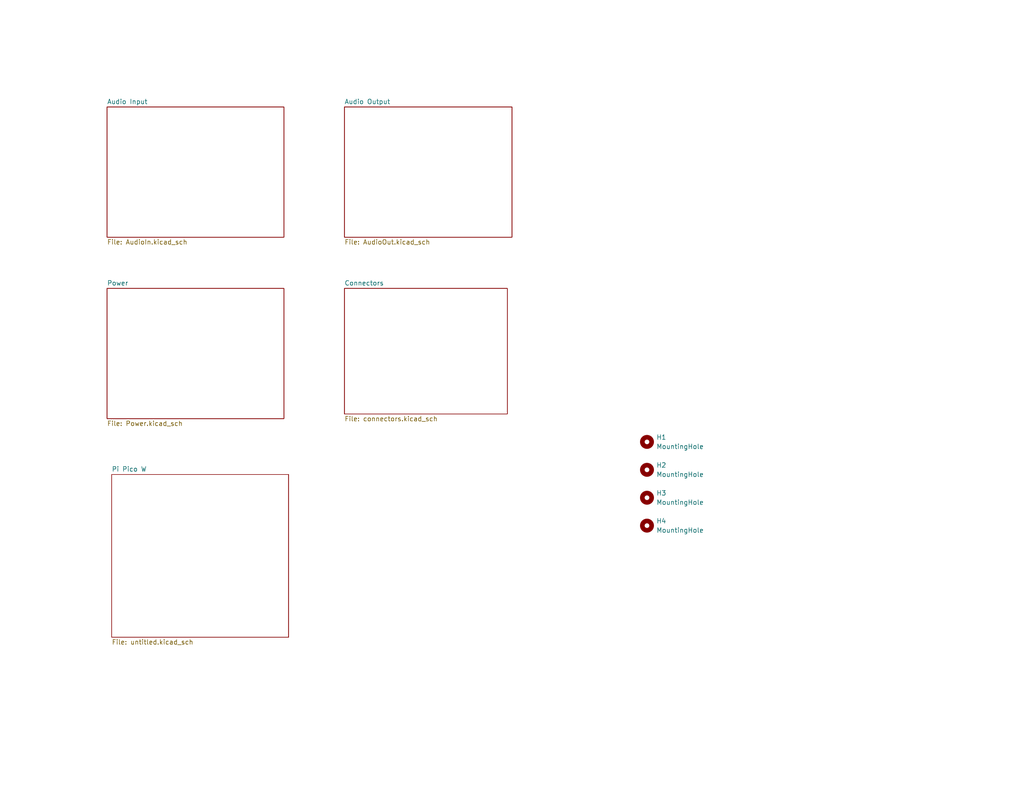
<source format=kicad_sch>
(kicad_sch (version 20250114) (generator "eeschema") (generator_version "9.0")
  (paper "USLetter")
  (title_block (title "MicroLink - Top Level") (date "2025-09-30") (rev "4") (company "Bruce MacKinnon KC1FSZ") (comment 1 "Copyright (C) 2024 - Not For Commercial Use"))
  (lib_symbols
    (symbol "Mechanical:MountingHole" (pin_names (offset 1.016)) (in_bom no)
      (property "Reference" "H" (at 0 5.08 0))
      (property "Value" "MountingHole" (at 0 3.175 0))
      (symbol "MountingHole_0_1"
        (circle (center 0 0) (radius 1.27) (stroke (width 1.27)))
      )
    )
  )
  (symbol (lib_id "Mechanical:MountingHole") (at 176.53 120.65 0) (unit 1)
    (property "Reference" "H1" (at 179.07 119.38 0) (effects (justify left)))
    (property "Value" "MountingHole" (at 179.07 121.92 0) (effects (justify left)))
    (property "Footprint" "MountingHole:MountingHole_4mm" (effects (hide yes)))
    (property "Description" "Mounting Hole without connection" (effects (hide yes)))
  )
  (symbol (lib_id "Mechanical:MountingHole") (at 176.53 135.89 0) (unit 1)
    (property "Reference" "H3" (at 179.07 134.62 0) (effects (justify left)))
    (property "Value" "MountingHole" (at 179.07 137.16 0) (effects (justify left)))
    (property "Footprint" "MountingHole:MountingHole_4mm" (effects (hide yes)))
    (property "Description" "Mounting Hole without connection" (effects (hide yes)))
  )
  (symbol (lib_id "Mechanical:MountingHole") (at 176.53 128.27 0) (unit 1)
    (property "Reference" "H2" (at 179.07 127 0) (effects (justify left)))
    (property "Value" "MountingHole" (at 179.07 129.54 0) (effects (justify left)))
    (property "Footprint" "MountingHole:MountingHole_4mm" (effects (hide yes)))
    (property "Description" "Mounting Hole without connection" (effects (hide yes)))
  )
  (symbol (lib_id "Mechanical:MountingHole") (at 176.53 143.51 0) (unit 1)
    (property "Reference" "H4" (at 179.07 142.24 0) (effects (justify left)))
    (property "Value" "MountingHole" (at 179.07 144.78 0) (effects (justify left)))
    (property "Footprint" "MountingHole:MountingHole_4mm" (effects (hide yes)))
    (property "Description" "Mounting Hole without connection" (effects (hide yes)))
  )
  (sheet (at 93.98 29.21) (size 45.72 35.56) (stroke (width 0.1524))
    (property "Sheetname" "Audio Output" (at 93.98 28.4984 0) (effects (justify left bottom)))
    (property "Sheetfile" "AudioOut.kicad_sch" (at 93.98 65.3546 0) (effects (justify left top)))
  )
  (sheet (at 29.21 29.21) (size 48.26 35.56) (stroke (width 0.1524))
    (property "Sheetname" "Audio Input" (at 29.21 28.4984 0) (effects (justify left bottom)))
    (property "Sheetfile" "AudioIn.kicad_sch" (at 29.21 65.3546 0) (effects (justify left top)))
  )
  (sheet (at 29.21 78.74) (size 48.26 35.56) (stroke (width 0.1524))
    (property "Sheetname" "Power" (at 29.21 78.0284 0) (effects (justify left bottom)))
    (property "Sheetfile" "Power.kicad_sch" (at 29.21 114.8846 0) (effects (justify left top)))
  )
  (sheet (at 93.98 78.74) (size 44.45 34.29) (stroke (width 0.1524))
    (property "Sheetname" "Connectors" (at 93.98 78.0284 0) (effects (justify left bottom)))
    (property "Sheetfile" "connectors.kicad_sch" (at 93.98 113.6146 0) (effects (justify left top)))
  )
  (sheet (at 30.48 129.54) (size 48.26 44.45) (stroke (width 0.1524))
    (property "Sheetname" "Pi Pico W" (at 30.48 128.8284 0) (effects (justify left bottom)))
    (property "Sheetfile" "untitled.kicad_sch" (at 30.48 174.5746 0) (effects (justify left top)))
  )
)
</source>
